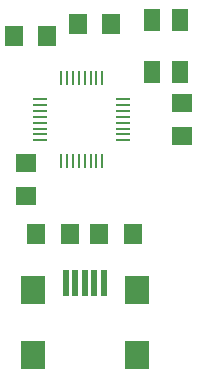
<source format=gtp>
G75*
G70*
%OFA0B0*%
%FSLAX24Y24*%
%IPPOS*%
%LPD*%
%AMOC8*
5,1,8,0,0,1.08239X$1,22.5*
%
%ADD10R,0.0551X0.0748*%
%ADD11R,0.0709X0.0630*%
%ADD12R,0.0630X0.0709*%
%ADD13R,0.0630X0.0710*%
%ADD14R,0.0787X0.0945*%
%ADD15R,0.0197X0.0909*%
%ADD16R,0.0450X0.0100*%
%ADD17R,0.0100X0.0450*%
D10*
X005820Y010589D03*
X006765Y010589D03*
X006765Y012321D03*
X005820Y012321D03*
D11*
X006830Y009556D03*
X006830Y008454D03*
X001625Y007550D03*
X001625Y006448D03*
D12*
X001229Y011805D03*
X002331Y011805D03*
X003354Y012180D03*
X004456Y012180D03*
D13*
X004070Y005180D03*
X003090Y005180D03*
X001970Y005180D03*
X005190Y005180D03*
D14*
X001848Y001168D03*
X001848Y003333D03*
X005312Y003333D03*
X005312Y001168D03*
D15*
X004210Y003555D03*
X003895Y003555D03*
X003580Y003555D03*
X003265Y003555D03*
X002950Y003555D03*
D16*
X002102Y008316D03*
X002102Y008513D03*
X002102Y008710D03*
X002102Y008907D03*
X002102Y009103D03*
X002102Y009300D03*
X002102Y009497D03*
X002102Y009694D03*
X004858Y009694D03*
X004858Y009497D03*
X004858Y009300D03*
X004858Y009103D03*
X004858Y008907D03*
X004858Y008710D03*
X004858Y008513D03*
X004858Y008316D03*
D17*
X004169Y007627D03*
X003972Y007627D03*
X003775Y007627D03*
X003578Y007627D03*
X003382Y007627D03*
X003185Y007627D03*
X002988Y007627D03*
X002791Y007627D03*
X002791Y010383D03*
X002988Y010383D03*
X003185Y010383D03*
X003382Y010383D03*
X003578Y010383D03*
X003775Y010383D03*
X003972Y010383D03*
X004169Y010383D03*
M02*

</source>
